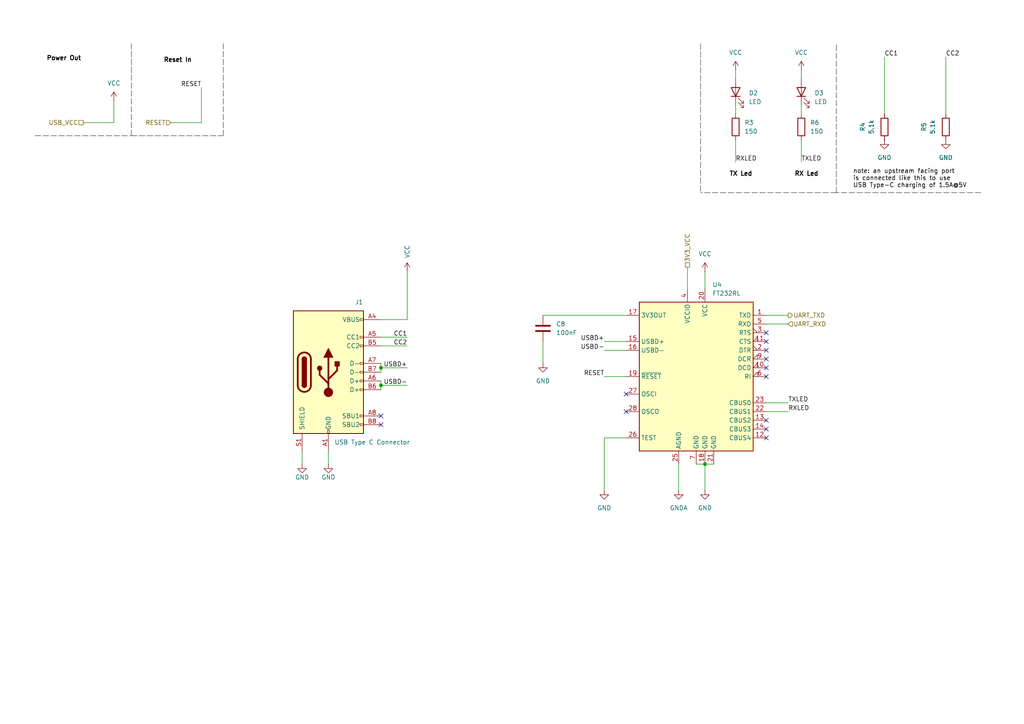
<source format=kicad_sch>
(kicad_sch (version 20250114) (generator "eeschema") (generator_version "9.0")
  (paper "A4")
  (lib_symbols
    (symbol "Connector:USB_C_Receptacle_USB2.0_16P" (pin_names (offset 1.016))
      (property "Reference" "J" (at 0 22.225 0))
      (property "Value" "USB_C_Receptacle_USB2.0_16P" (at 0 19.685 0))
      (symbol "USB_C_Receptacle_USB2.0_16P_0_0"
        (rectangle (start -0.254 -17.78) (end 0.254 -16.764))
        (rectangle (start 10.16 15.494) (end 9.144 14.986))
        (rectangle (start 10.16 10.414) (end 9.144 9.906))
        (rectangle (start 10.16 7.874) (end 9.144 7.366))
        (rectangle (start 10.16 2.794) (end 9.144 2.286))
        (rectangle (start 10.16 0.254) (end 9.144 -0.254))
        (rectangle (start 10.16 -2.286) (end 9.144 -2.794))
        (rectangle (start 10.16 -4.826) (end 9.144 -5.334))
        (rectangle (start 10.16 -12.446) (end 9.144 -12.954))
        (rectangle (start 10.16 -14.986) (end 9.144 -15.494))
      )
      (symbol "USB_C_Receptacle_USB2.0_16P_0_1"
        (rectangle (start -10.16 17.78) (end 10.16 -17.78) (stroke (width 0.254)) (fill (type background)))
        (polyline (pts (xy -8.89 -3.81) (xy -8.89 3.81)) (stroke (width 0.508)))
        (rectangle (start -7.62 -3.81) (end -6.35 3.81) (stroke (width 0.254)) (fill (type outline)))
        (arc (start -7.62 3.81) (mid -6.985 4.4423) (end -6.35 3.81) (stroke (width 0.254)))
        (arc (start -7.62 3.81) (mid -6.985 4.4423) (end -6.35 3.81) (stroke (width 0.254)) (fill (type outline)))
        (arc (start -8.89 3.81) (mid -6.985 5.7067) (end -5.08 3.81) (stroke (width 0.508)))
        (arc (start -5.08 -3.81) (mid -6.985 -5.7067) (end -8.89 -3.81) (stroke (width 0.508)))
        (arc (start -6.35 -3.81) (mid -6.985 -4.4423) (end -7.62 -3.81) (stroke (width 0.254)))
        (arc (start -6.35 -3.81) (mid -6.985 -4.4423) (end -7.62 -3.81) (stroke (width 0.254)) (fill (type outline)))
        (polyline (pts (xy -5.08 3.81) (xy -5.08 -3.81)) (stroke (width 0.508)))
        (circle (center -2.54 1.143) (radius 0.635) (stroke (width 0.254)) (fill (type outline)))
        (polyline (pts (xy -1.27 4.318) (xy 0 6.858) (xy 1.27 4.318) (xy -1.27 4.318)) (stroke (width 0.254)) (fill (type outline)))
        (polyline (pts (xy 0 -2.032) (xy 2.54 0.508) (xy 2.54 1.778)) (stroke (width 0.508)))
        (polyline (pts (xy 0 -3.302) (xy -2.54 -0.762) (xy -2.54 0.508)) (stroke (width 0.508)))
        (polyline (pts (xy 0 -5.842) (xy 0 4.318)) (stroke (width 0.508)))
        (circle (center 0 -5.842) (radius 1.27) (fill (type outline)))
        (rectangle (start 1.905 1.778) (end 3.175 3.048) (stroke (width 0.254)) (fill (type outline)))
      )
      (symbol "USB_C_Receptacle_USB2.0_16P_1_1"
        (pin passive line (at -7.62 -22.86 90) (length 5.08) (name "SHIELD") (number "S1"))
        (pin passive line (at 0 -22.86 90) (length 5.08) (name "GND") (number "A1"))
        (pin passive line (at 0 -22.86 90) (length 5.08) (hide yes) (name "GND") (number "A12"))
        (pin passive line (at 0 -22.86 90) (length 5.08) (hide yes) (name "GND") (number "B1"))
        (pin passive line (at 0 -22.86 90) (length 5.08) (hide yes) (name "GND") (number "B12"))
        (pin passive line (at 15.24 15.24 180) (length 5.08) (name "VBUS") (number "A4"))
        (pin passive line (at 15.24 15.24 180) (length 5.08) (hide yes) (name "VBUS") (number "A9"))
        (pin passive line (at 15.24 15.24 180) (length 5.08) (hide yes) (name "VBUS") (number "B4"))
        (pin passive line (at 15.24 15.24 180) (length 5.08) (hide yes) (name "VBUS") (number "B9"))
        (pin bidirectional line (at 15.24 10.16 180) (length 5.08) (name "CC1") (number "A5"))
        (pin bidirectional line (at 15.24 7.62 180) (length 5.08) (name "CC2") (number "B5"))
        (pin bidirectional line (at 15.24 2.54 180) (length 5.08) (name "D-") (number "A7"))
        (pin bidirectional line (at 15.24 0 180) (length 5.08) (name "D-") (number "B7"))
        (pin bidirectional line (at 15.24 -2.54 180) (length 5.08) (name "D+") (number "A6"))
        (pin bidirectional line (at 15.24 -5.08 180) (length 5.08) (name "D+") (number "B6"))
        (pin bidirectional line (at 15.24 -12.7 180) (length 5.08) (name "SBU1") (number "A8"))
        (pin bidirectional line (at 15.24 -15.24 180) (length 5.08) (name "SBU2") (number "B8"))
      )
    )
    (symbol "Device:C" (pin_numbers (hide yes)) (pin_names (offset 0.254))
      (property "Reference" "C" (at 0.635 2.54 0))
      (property "Value" "C" (at 0.635 -2.54 0))
      (symbol "C_0_1"
        (polyline (pts (xy -2.032 0.762) (xy 2.032 0.762)) (stroke (width 0.508)))
        (polyline (pts (xy -2.032 -0.762) (xy 2.032 -0.762)) (stroke (width 0.508)))
      )
      (symbol "C_1_1"
        (pin passive line (at 0 3.81 270) (length 2.794) (name "~") (number "1"))
        (pin passive line (at 0 -3.81 90) (length 2.794) (name "~") (number "2"))
      )
    )
    (symbol "Device:LED" (pin_numbers (hide yes)) (pin_names (offset 1.016) (hide yes))
      (property "Reference" "D" (at 0 2.54 0))
      (property "Value" "LED" (at 0 -2.54 0))
      (symbol "LED_0_1"
        (polyline (pts (xy -3.048 -0.762) (xy -4.572 -2.286) (xy -3.81 -2.286) (xy -4.572 -2.286) (xy -4.572 -1.524)))
        (polyline (pts (xy -1.778 -0.762) (xy -3.302 -2.286) (xy -2.54 -2.286) (xy -3.302 -2.286) (xy -3.302 -1.524)))
        (polyline (pts (xy -1.27 0) (xy 1.27 0)))
        (polyline (pts (xy -1.27 -1.27) (xy -1.27 1.27)) (stroke (width 0.254)))
        (polyline (pts (xy 1.27 -1.27) (xy 1.27 1.27) (xy -1.27 0) (xy 1.27 -1.27)) (stroke (width 0.254)))
      )
      (symbol "LED_1_1"
        (pin passive line (at -3.81 0 0) (length 2.54) (name "K") (number "1"))
        (pin passive line (at 3.81 0 180) (length 2.54) (name "A") (number "2"))
      )
    )
    (symbol "Device:R" (pin_numbers (hide yes)) (pin_names (offset 0))
      (property "Reference" "R" (at 2.032 0 90))
      (property "Value" "R" (at 0 0 90))
      (symbol "R_0_1"
        (rectangle (start -1.016 -2.54) (end 1.016 2.54) (stroke (width 0.254)))
      )
      (symbol "R_1_1"
        (pin passive line (at 0 3.81 270) (length 1.27) (name "~") (number "1"))
        (pin passive line (at 0 -3.81 90) (length 1.27) (name "~") (number "2"))
      )
    )
    (symbol "Interface_USB:FT232RL"
      (property "Reference" "U" (at -16.51 22.86 0))
      (property "Value" "FT232RL" (at 10.16 22.86 0))
      (symbol "FT232RL_0_1"
        (rectangle (start -16.51 21.59) (end 16.51 -21.59) (stroke (width 0.254)) (fill (type background)))
      )
      (symbol "FT232RL_1_1"
        (pin power_out line (at -20.32 17.78 0) (length 3.81) (name "3V3OUT") (number "17"))
        (pin bidirectional line (at -20.32 10.16 0) (length 3.81) (name "USBD+") (number "15"))
        (pin bidirectional line (at -20.32 7.62 0) (length 3.81) (name "USBD-") (number "16"))
        (pin input line (at -20.32 0 0) (length 3.81) (name "~{RESET}") (number "19"))
        (pin input line (at -20.32 -5.08 0) (length 3.81) (name "OSCI") (number "27"))
        (pin output line (at -20.32 -10.16 0) (length 3.81) (name "OSCO") (number "28"))
        (pin input line (at -20.32 -17.78 0) (length 3.81) (name "TEST") (number "26"))
        (pin power_in line (at -5.08 -25.4 90) (length 3.81) (name "AGND") (number "25"))
        (pin power_in line (at -2.54 25.4 270) (length 3.81) (name "VCCIO") (number "4"))
        (pin power_in line (at 0 -25.4 90) (length 3.81) (name "GND") (number "7"))
        (pin power_in line (at 2.54 25.4 270) (length 3.81) (name "VCC") (number "20"))
        (pin power_in line (at 2.54 -25.4 90) (length 3.81) (name "GND") (number "18"))
        (pin power_in line (at 5.08 -25.4 90) (length 3.81) (name "GND") (number "21"))
        (pin output line (at 20.32 17.78 180) (length 3.81) (name "TXD") (number "1"))
        (pin input line (at 20.32 15.24 180) (length 3.81) (name "RXD") (number "5"))
        (pin output output_low (at 20.32 12.7 180) (length 3.81) (name "RTS") (number "3"))
        (pin input input_low (at 20.32 10.16 180) (length 3.81) (name "CTS") (number "11"))
        (pin output output_low (at 20.32 7.62 180) (length 3.81) (name "DTR") (number "2"))
        (pin input input_low (at 20.32 5.08 180) (length 3.81) (name "DCR") (number "9"))
        (pin input input_low (at 20.32 2.54 180) (length 3.81) (name "DCD") (number "10"))
        (pin input input_low (at 20.32 0 180) (length 3.81) (name "RI") (number "6"))
        (pin bidirectional line (at 20.32 -7.62 180) (length 3.81) (name "CBUS0") (number "23"))
        (pin bidirectional line (at 20.32 -10.16 180) (length 3.81) (name "CBUS1") (number "22"))
        (pin bidirectional line (at 20.32 -12.7 180) (length 3.81) (name "CBUS2") (number "13"))
        (pin bidirectional line (at 20.32 -15.24 180) (length 3.81) (name "CBUS3") (number "14"))
        (pin bidirectional line (at 20.32 -17.78 180) (length 3.81) (name "CBUS4") (number "12"))
      )
    )
    (symbol "power:GND" (power) (pin_numbers (hide yes)) (pin_names (offset 0) (hide yes))
      (property "Value" "GND" (at 0 -3.81 0))
      (symbol "GND_0_1"
        (polyline (pts (xy 0 0) (xy 0 -1.27) (xy 1.27 -1.27) (xy 0 -2.54) (xy -1.27 -1.27) (xy 0 -1.27)))
      )
      (symbol "GND_1_1"
        (pin power_in line (at 0 0 270) (length 0) (name "~") (number "1"))
      )
    )
    (symbol "power:GNDA" (power) (pin_numbers (hide yes)) (pin_names (offset 0) (hide yes))
      (property "Value" "GNDA" (at 0 -3.81 0))
      (symbol "GNDA_0_1"
        (polyline (pts (xy 0 0) (xy 0 -1.27) (xy 1.27 -1.27) (xy 0 -2.54) (xy -1.27 -1.27) (xy 0 -1.27)))
      )
      (symbol "GNDA_1_1"
        (pin power_in line (at 0 0 270) (length 0) (name "~") (number "1"))
      )
    )
    (symbol "power:VCC" (power) (pin_numbers (hide yes)) (pin_names (offset 0) (hide yes))
      (property "Value" "VCC" (at 0 3.556 0))
      (symbol "VCC_0_1"
        (polyline (pts (xy -0.762 1.27) (xy 0 2.54)))
        (polyline (pts (xy 0 2.54) (xy 0.762 1.27)))
        (polyline (pts (xy 0 0) (xy 0 2.54)))
      )
      (symbol "VCC_1_1"
        (pin power_in line (at 0 0 90) (length 0) (name "~") (number "1"))
      )
    )
  )
  (text "TX Led" (at 214.884 50.546 0) (effects (font (size 1.27 1.27) (thickness 0.254) (bold yes))))
  (text "RX Led" (at 233.934 50.546 0) (effects (font (size 1.27 1.27) (thickness 0.254) (bold yes))))
  (text "note: an upstream facing port \nis connected like this to use \nUSB Type-C charging of 1.5A@5V" (at 247.396 51.816 0) (effects (font (size 1.27 1.27) (thickness 0.1588)) (justify left)))
  (text "Reset In\n" (at 51.562 17.526 0) (effects (font (size 1.27 1.27) (thickness 0.254) (bold yes))))
  (text "Power Out\n" (at 18.542 17.018 0) (effects (font (size 1.27 1.27) (thickness 0.254) (bold yes))))
  (junction (at 110.49 111.76))
  (junction (at 110.49 106.68))
  (junction (at 204.47 134.62))
  (no_connect (at 222.25 101.6))
  (no_connect (at 110.49 123.19))
  (no_connect (at 222.25 124.46))
  (no_connect (at 181.61 119.38))
  (no_connect (at 222.25 106.68))
  (no_connect (at 222.25 99.06))
  (no_connect (at 222.25 104.14))
  (no_connect (at 222.25 109.22))
  (no_connect (at 181.61 114.3))
  (no_connect (at 110.49 120.65))
  (no_connect (at 222.25 127))
  (no_connect (at 222.25 96.52))
  (no_connect (at 222.25 121.92))
  (wire (pts (xy 110.49 106.68) (xy 118.11 106.68)))
  (wire (pts (xy 118.11 78.74) (xy 118.11 92.71)))
  (wire (pts (xy 222.25 116.84) (xy 228.6 116.84)))
  (wire (pts (xy 204.47 134.62) (xy 207.01 134.62)))
  (wire (pts (xy 110.49 111.76) (xy 118.11 111.76)))
  (wire (pts (xy 204.47 134.62) (xy 204.47 142.24)))
  (wire (pts (xy 175.26 101.6) (xy 181.61 101.6)))
  (polyline (pts (xy 203.2 12.7) (xy 203.2 55.88)) (stroke (width 0) (type dash) (color 72 72 72 1)))
  (wire (pts (xy 213.36 20.32) (xy 213.36 22.86)))
  (wire (pts (xy 110.49 111.76) (xy 110.49 113.03)))
  (wire (pts (xy 232.41 30.48) (xy 232.41 33.02)))
  (wire (pts (xy 110.49 100.33) (xy 118.11 100.33)))
  (wire (pts (xy 222.25 93.98) (xy 228.6 93.98)))
  (wire (pts (xy 175.26 99.06) (xy 181.61 99.06)))
  (wire (pts (xy 199.39 77.47) (xy 199.39 83.82)))
  (wire (pts (xy 222.25 91.44) (xy 228.6 91.44)))
  (wire (pts (xy 213.36 40.64) (xy 213.36 46.99)))
  (wire (pts (xy 232.41 20.32) (xy 232.41 22.86)))
  (wire (pts (xy 157.48 99.06) (xy 157.48 105.41)))
  (polyline (pts (xy 38.1 39.37) (xy 38.1 12.7)) (stroke (width 0) (type dash) (color 72 72 72 1)))
  (polyline (pts (xy 64.77 39.37) (xy 64.77 12.7)) (stroke (width 0) (type dash) (color 72 72 72 1)))
  (wire (pts (xy 204.47 78.74) (xy 204.47 83.82)))
  (wire (pts (xy 232.41 40.64) (xy 232.41 46.99)))
  (wire (pts (xy 118.11 92.71) (xy 110.49 92.71)))
  (polyline (pts (xy 284.48 55.88) (xy 242.57 55.88)) (stroke (width 0) (type dash) (color 72 72 72 1)))
  (wire (pts (xy 24.13 35.56) (xy 33.02 35.56)))
  (polyline (pts (xy 242.57 55.88) (xy 203.2 55.88)) (stroke (width 0) (type dash) (color 72 72 72 1)))
  (wire (pts (xy 58.42 35.56) (xy 49.53 35.56)))
  (wire (pts (xy 196.85 134.62) (xy 196.85 142.24)))
  (wire (pts (xy 175.26 127) (xy 175.26 142.24)))
  (wire (pts (xy 222.25 119.38) (xy 228.6 119.38)))
  (wire (pts (xy 33.02 29.21) (xy 33.02 35.56)))
  (wire (pts (xy 58.42 25.4) (xy 58.42 35.56)))
  (wire (pts (xy 175.26 127) (xy 181.61 127)))
  (wire (pts (xy 157.48 91.44) (xy 181.61 91.44)))
  (wire (pts (xy 256.54 16.51) (xy 256.54 33.02)))
  (wire (pts (xy 87.63 130.81) (xy 87.63 134.62)))
  (wire (pts (xy 213.36 30.48) (xy 213.36 33.02)))
  (polyline (pts (xy 10.16 39.37) (xy 38.1 39.37)) (stroke (width 0) (type dash) (color 72 72 72 1)))
  (wire (pts (xy 110.49 105.41) (xy 110.49 106.68)))
  (wire (pts (xy 201.93 134.62) (xy 204.47 134.62)))
  (wire (pts (xy 110.49 97.79) (xy 118.11 97.79)))
  (wire (pts (xy 274.32 16.51) (xy 274.32 33.02)))
  (polyline (pts (xy 38.1 39.37) (xy 64.77 39.37)) (stroke (width 0) (type dash) (color 72 72 72 1)))
  (wire (pts (xy 110.49 106.68) (xy 110.49 107.95)))
  (wire (pts (xy 110.49 110.49) (xy 110.49 111.76)))
  (polyline (pts (xy 242.57 55.88) (xy 242.57 12.7)) (stroke (width 0) (type dash) (color 72 72 72 1)))
  (wire (pts (xy 95.25 130.81) (xy 95.25 134.62)))
  (wire (pts (xy 175.26 109.22) (xy 181.61 109.22)))
  (label "CC2" (at 274.32 16.51 0))
  (label "USBD+" (at 118.11 106.68 180))
  (label "CC1" (at 118.11 97.79 180))
  (label "USBD-" (at 175.26 101.6 180))
  (label "RXLED" (at 228.6 119.38 0))
  (label "RESET" (at 58.42 25.4 180))
  (label "CC1" (at 256.54 16.51 0))
  (label "USBD-" (at 118.11 111.76 180))
  (label "CC2" (at 118.11 100.33 180))
  (label "TXLED" (at 232.41 46.99 0))
  (label "TXLED" (at 228.6 116.84 0))
  (label "USBD+" (at 175.26 99.06 180))
  (label "RXLED" (at 213.36 46.99 0))
  (label "RESET" (at 175.26 109.22 180))
  (hierarchical_label "3V3_VCC" (shape passive) (at 199.39 77.47 90))
  (hierarchical_label "UART_TXD" (shape output) (at 228.6 91.44 0))
  (hierarchical_label "RESET" (shape input) (at 49.53 35.56 180))
  (hierarchical_label "USB_VCC" (shape passive) (at 24.13 35.56 180))
  (hierarchical_label "UART_RXD" (shape input) (at 228.6 93.98 0))
  (symbol (lib_id "power:GND") (at 274.32 40.64 0) (unit 1)
    (property "Reference" "#PWR035" (effects (hide yes)))
    (property "Value" "GND" (at 274.32 45.72 0))
    (property "Description" "Power symbol creates a global label with name \"GND\" , ground" (effects (hide yes)))
  )
  (symbol (lib_id "Device:R") (at 274.32 36.83 180) (unit 1)
    (property "Reference" "R5" (at 267.97 36.83 90))
    (property "Value" "5.1k" (at 270.51 36.83 90))
    (property "Footprint" "Resistor_SMD:R_0603_1608Metric_Pad0.98x0.95mm_HandSolder" (effects (hide yes)))
    (property "Description" "Resistor" (effects (hide yes)))
  )
  (symbol (lib_id "Interface_USB:FT232RL") (at 201.93 109.22 0) (unit 1)
    (property "Reference" "U4" (at 206.6133 82.55 0) (effects (justify left)))
    (property "Value" "FT232RL" (at 206.6133 85.09 0) (effects (justify left)))
    (property "Footprint" "Package_SO:SSOP-28_5.3x10.2mm_P0.65mm" (effects (hide yes)))
    (property "Datasheet" "https://ftdichip.com/wp-content/uploads/2020/08/DS_FT232R.pdf" (effects (hide yes)))
    (property "Description" "USB to Serial Interface, SSOP-28" (effects (hide yes)))
  )
  (symbol (lib_id "power:GND") (at 175.26 142.24 0) (unit 1)
    (property "Reference" "#PWR032" (effects (hide yes)))
    (property "Value" "GND" (at 175.26 147.32 0))
    (property "Description" "Power symbol creates a global label with name \"GND\" , ground" (effects (hide yes)))
  )
  (symbol (lib_id "Device:LED") (at 232.41 26.67 90) (unit 1)
    (property "Reference" "D3" (at 236.22 26.9874 90) (effects (justify right)))
    (property "Value" "LED" (at 236.22 29.5274 90) (effects (justify right)))
    (property "Footprint" "LED_SMD:LED_0603_1608Metric_Pad1.05x0.95mm_HandSolder" (effects (hide yes)))
    (property "Description" "Light emitting diode" (effects (hide yes)))
    (property "Sim.Pins" "1=K 2=A" (effects (hide yes)))
  )
  (symbol (lib_id "power:VCC") (at 33.02 29.21 0) (unit 1)
    (property "Reference" "#PWR030" (effects (hide yes)))
    (property "Value" "VCC" (at 33.02 24.13 0))
    (property "Description" "Power symbol creates a global label with name \"VCC\"" (effects (hide yes)))
  )
  (symbol (lib_id "Device:R") (at 256.54 36.83 180) (unit 1)
    (property "Reference" "R4" (at 250.19 36.83 90))
    (property "Value" "5.1k" (at 252.73 36.83 90))
    (property "Footprint" "Resistor_SMD:R_0603_1608Metric_Pad0.98x0.95mm_HandSolder" (effects (hide yes)))
    (property "Description" "Resistor" (effects (hide yes)))
  )
  (symbol (lib_id "power:GND") (at 256.54 40.64 0) (unit 1)
    (property "Reference" "#PWR034" (effects (hide yes)))
    (property "Value" "GND" (at 256.54 45.72 0))
    (property "Description" "Power symbol creates a global label with name \"GND\" , ground" (effects (hide yes)))
  )
  (symbol (lib_id "power:GND") (at 95.25 134.62 0) (unit 1)
    (property "Reference" "#PWR017" (effects (hide yes)))
    (property "Value" "GND" (at 95.25 138.43 0))
    (property "Description" "Power symbol creates a global label with name \"GND\" , ground" (effects (hide yes)))
  )
  (symbol (lib_id "power:VCC") (at 204.47 78.74 0) (unit 1)
    (property "Reference" "#PWR029" (effects (hide yes)))
    (property "Value" "VCC" (at 204.47 73.66 0))
    (property "Description" "Power symbol creates a global label with name \"VCC\"" (effects (hide yes)))
  )
  (symbol (lib_id "power:GND") (at 157.48 105.41 0) (unit 1)
    (property "Reference" "#PWR025" (effects (hide yes)))
    (property "Value" "GND" (at 157.48 110.49 0))
    (property "Description" "Power symbol creates a global label with name \"GND\" , ground" (effects (hide yes)))
  )
  (symbol (lib_id "Device:R") (at 213.36 36.83 0) (unit 1)
    (property "Reference" "R3" (at 215.9 35.5599 0) (effects (justify left)))
    (property "Value" "150" (at 215.9 38.0999 0) (effects (justify left)))
    (property "Footprint" "Resistor_SMD:R_0603_1608Metric_Pad0.98x0.95mm_HandSolder" (effects (hide yes)))
    (property "Description" "Resistor" (effects (hide yes)))
  )
  (symbol (lib_id "Device:R") (at 232.41 36.83 0) (unit 1)
    (property "Reference" "R6" (at 234.95 35.5599 0) (effects (justify left)))
    (property "Value" "150" (at 234.95 38.0999 0) (effects (justify left)))
    (property "Footprint" "Resistor_SMD:R_0603_1608Metric_Pad0.98x0.95mm_HandSolder" (effects (hide yes)))
    (property "Description" "Resistor" (effects (hide yes)))
  )
  (symbol (lib_id "Device:LED") (at 213.36 26.67 90) (unit 1)
    (property "Reference" "D2" (at 217.17 26.9874 90) (effects (justify right)))
    (property "Value" "LED" (at 217.17 29.5274 90) (effects (justify right)))
    (property "Footprint" "LED_SMD:LED_0603_1608Metric_Pad1.05x0.95mm_HandSolder" (effects (hide yes)))
    (property "Description" "Light emitting diode" (effects (hide yes)))
    (property "Sim.Pins" "1=K 2=A" (effects (hide yes)))
  )
  (symbol (lib_id "power:VCC") (at 118.11 78.74 0) (mirror y) (unit 1)
    (property "Reference" "#PWR026" (effects (hide yes)))
    (property "Value" "VCC" (at 118.1101 74.93 90) (effects (justify left)))
    (property "Description" "Power symbol creates a global label with name \"VCC\"" (effects (hide yes)))
  )
  (symbol (lib_id "power:GND") (at 87.63 134.62 0) (unit 1)
    (property "Reference" "#PWR018" (effects (hide yes)))
    (property "Value" "GND" (at 87.63 138.43 0))
    (property "Description" "Power symbol creates a global label with name \"GND\" , ground" (effects (hide yes)))
  )
  (symbol (lib_id "Device:C") (at 157.48 95.25 0) (unit 1)
    (property "Reference" "C8" (at 161.29 93.9799 0) (effects (justify left)))
    (property "Value" "100nF" (at 161.29 96.5199 0) (effects (justify left)))
    (property "Footprint" "Capacitor_SMD:C_0603_1608Metric_Pad1.08x0.95mm_HandSolder" (effects (hide yes)))
    (property "Description" "Unpolarized capacitor" (effects (hide yes)))
  )
  (symbol (lib_id "power:VCC") (at 232.41 20.32 0) (unit 1)
    (property "Reference" "#PWR040" (effects (hide yes)))
    (property "Value" "VCC" (at 232.41 15.24 0))
    (property "Description" "Power symbol creates a global label with name \"VCC\"" (effects (hide yes)))
  )
  (symbol (lib_id "Connector:USB_C_Receptacle_USB2.0_16P") (at 95.25 107.95 0) (unit 1)
    (property "Reference" "J1" (at 104.14 87.63 0))
    (property "Value" "USB Type C Connector" (at 107.95 128.27 0))
    (property "Datasheet" "https://www.usb.org/sites/default/files/documents/usb_type-c.zip" (effects (hide yes)))
    (property "Description" "USB 2.0-only 16P Type-C Receptacle connector" (effects (hide yes)))
  )
  (symbol (lib_id "power:GND") (at 204.47 142.24 0) (unit 1)
    (property "Reference" "#PWR031" (effects (hide yes)))
    (property "Value" "GND" (at 204.47 147.32 0))
    (property "Description" "Power symbol creates a global label with name \"GND\" , ground" (effects (hide yes)))
  )
  (symbol (lib_id "power:VCC") (at 213.36 20.32 0) (unit 1)
    (property "Reference" "#PWR038" (effects (hide yes)))
    (property "Value" "VCC" (at 213.36 15.24 0))
    (property "Description" "Power symbol creates a global label with name \"VCC\"" (effects (hide yes)))
  )
  (symbol (lib_id "power:GNDA") (at 196.85 142.24 0) (unit 1)
    (property "Reference" "#PWR033" (effects (hide yes)))
    (property "Value" "GNDA" (at 196.85 147.32 0))
    (property "Description" "Power symbol creates a global label with name \"GNDA\" , analog ground" (effects (hide yes)))
  )
)
</source>
